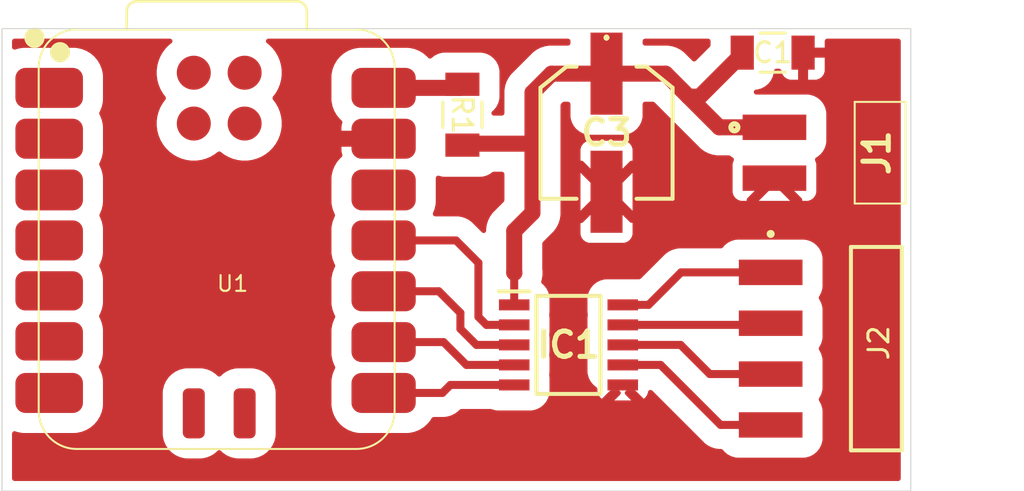
<source format=kicad_pcb>
(kicad_pcb (version 20241229) (generator "pcbnew") (generator_version "9.0")
  (layers (0 "F.Cu" signal) (2 "B.Cu" signal) (13 "F.Paste" user) (15 "B.Paste" user) (5 "F.SilkS" user "F.Silkscreen") (7 "B.SilkS" user "B.Silkscreen") (1 "F.Mask" user) (3 "B.Mask" user) (25 "Edge.Cuts" user))
  (net 0 "")
  (net 1 "VM")
  (net 2 "GND")
  (net 3 "Net-(IC1-OUT2)")
  (net 4 "Net-(IC1-OUT3)")
  (net 5 "Net-(IC1-IN2)")
  (net 6 "Net-(IC1-IN3)")
  (net 7 "Net-(IC1-IN1)")
  (net 8 "Net-(IC1-IN4)")
  (net 9 "Net-(IC1-OUT1)")
  (net 10 "Net-(IC1-OUT4)")
  (net 11 "5V")
  (footprint "Neil:Resistor 1206" (layer "F.Cu") (at 131.9 80.2 -90)
    (property "Reference" "R1" (at 0 0 270) (layer "F.SilkS"))
    (property "Value" "power jumper" (hide yes))
    (fp_line (start -0.63225 0.9779) (end 0.63225 0.9779) (stroke (width 0.1524)) (layer "F.SilkS"))
    (fp_line (start 0.63225 -0.9779) (end -0.63225 -0.9779) (stroke (width 0.1524)) (layer "F.SilkS"))
    (pad "1" smd rect (at -1.5199 0 270) (size 1.1602 1.7018) (layers "F.Cu" "F.Mask" "F.Paste") (net 11 "5V"))
    (pad "2" smd rect (at 1.5199 0 270) (size 1.1602 1.7018) (layers "F.Cu" "F.Mask" "F.Paste") (net 1 "VM"))
    (zone (net 0) (net_name "") (layer "F.Cu") (connect_pads (clearance 0)) (min_thickness 0.254)
      (keepout (tracks not_allowed) (vias not_allowed) (pads allowed) (copperpour not_allowed) (footprints allowed))
      (fill (thermal_gap 0.508) (thermal_bridge_width 0.508))
      (polygon (pts (xy 132.7001 79.311) (xy 132.7001 81.089) (xy 131.0999 81.089) (xy 131.0999 79.311)))
    )
  )
  (footprint "Neil:Resistor 1206" (layer "F.Cu") (at 147.4 77.1)
    (property "Reference" "C1" (at 0 0 0) (layer "F.SilkS"))
    (property "Value" "0.1uF")
    (fp_line (start -0.63225 0.9779) (end 0.63225 0.9779) (stroke (width 0.1524)) (layer "F.SilkS"))
    (fp_line (start 0.63225 -0.9779) (end -0.63225 -0.9779) (stroke (width 0.1524)) (layer "F.SilkS"))
    (pad "1" smd rect (at -1.5199 0) (size 1.1602 1.7018) (layers "F.Cu" "F.Mask" "F.Paste") (net 1 "VM"))
    (pad "2" smd rect (at 1.5199 0) (size 1.1602 1.7018) (layers "F.Cu" "F.Mask" "F.Paste") (net 2 "GND"))
    (zone (net 0) (net_name "") (layer "F.Cu") (connect_pads (clearance 0)) (min_thickness 0.254)
      (keepout (tracks not_allowed) (vias not_allowed) (pads allowed) (copperpour not_allowed) (footprints allowed))
      (fill (thermal_gap 0.508) (thermal_bridge_width 0.508))
      (polygon (pts (xy 146.511 76.2999) (xy 148.289 76.2999) (xy 148.289 77.9001) (xy 146.511 77.9001)))
    )
  )
  (footprint "Neil:DRV8421ADFUR" (layer "F.Cu") (at 137.2 91.7)
    (property "Reference" "IC1" (at 0 0 0) (layer "F.SilkS") (effects (font (size 1.27 1.27) (thickness 0.254))))
    (property "Value" "DRV8421ADFUR" (hide yes))
    (fp_line (start -3.475 -2.675) (end -1.95 -2.675) (stroke (width 0.2)) (layer "F.SilkS"))
    (fp_line (start -1.6 -2.45) (end 1.6 -2.45) (stroke (width 0.2)) (layer "F.SilkS"))
    (fp_line (start -1.6 2.45) (end -1.6 -2.45) (stroke (width 0.2)) (layer "F.SilkS"))
    (fp_line (start 1.6 -2.45) (end 1.6 2.45) (stroke (width 0.2)) (layer "F.SilkS"))
    (fp_line (start 1.6 2.45) (end -1.6 2.45) (stroke (width 0.2)) (layer "F.SilkS"))
    (pad "1" smd rect (at -2.712 -2 90) (size 0.55 1.525) (layers "F.Cu" "F.Mask" "F.Paste") (net 1 "VM"))
    (pad "2" smd rect (at -2.712 -1 90) (size 0.55 1.525) (layers "F.Cu" "F.Mask" "F.Paste") (net 7 "Net-(IC1-IN1)"))
    (pad "3" smd rect (at -2.712 0 90) (size 0.55 1.525) (layers "F.Cu" "F.Mask" "F.Paste") (net 5 "Net-(IC1-IN2)"))
    (pad "4" smd rect (at -2.712 1 90) (size 0.55 1.525) (layers "F.Cu" "F.Mask" "F.Paste") (net 6 "Net-(IC1-IN3)"))
    (pad "5" smd rect (at -2.712 2 90) (size 0.55 1.525) (layers "F.Cu" "F.Mask" "F.Paste") (net 8 "Net-(IC1-IN4)"))
    (pad "6" smd rect (at 2.712 2 90) (size 0.55 1.525) (layers "F.Cu" "F.Mask" "F.Paste") (net 2 "GND"))
    (pad "7" smd rect (at 2.712 1 90) (size 0.55 1.525) (layers "F.Cu" "F.Mask" "F.Paste") (net 10 "Net-(IC1-OUT4)"))
    (pad "8" smd rect (at 2.712 0 90) (size 0.55 1.525) (layers "F.Cu" "F.Mask" "F.Paste") (net 4 "Net-(IC1-OUT3)"))
    (pad "9" smd rect (at 2.712 -1 90) (size 0.55 1.525) (layers "F.Cu" "F.Mask" "F.Paste") (net 3 "Net-(IC1-OUT2)"))
    (pad "10" smd rect (at 2.712 -2 90) (size 0.55 1.525) (layers "F.Cu" "F.Mask" "F.Paste") (net 9 "Net-(IC1-OUT1)"))
  )
  (footprint "Neil:EEEHP1H4R7P" (layer "F.Cu") (at 139.1 81.1 180)
    (property "Reference" "C3" (at 0 0 0) (layer "F.SilkS") (effects (font (size 1.27 1.27) (thickness 0.254))))
    (property "Value" "100uF" (hide yes))
    (fp_line (start 3.3 2.25) (end 2 3.3) (stroke (width 0.2)) (layer "F.SilkS"))
    (fp_line (start 3.3 -3.3) (end 3.3 2.25) (stroke (width 0.2)) (layer "F.SilkS"))
    (fp_line (start 2 3.3) (end 1.5 3.3) (stroke (width 0.2)) (layer "F.SilkS"))
    (fp_line (start 1.5 -3.3) (end 3.3 -3.3) (stroke (width 0.2)) (layer "F.SilkS"))
    (fp_line (start 0 4.8) (end 0 4.8) (stroke (width 0.2)) (layer "F.SilkS"))
    (fp_line (start 0 4.8) (end 0 4.8) (stroke (width 0.2)) (layer "F.SilkS"))
    (fp_line (start 0 4.7) (end 0 4.7) (stroke (width 0.2)) (layer "F.SilkS"))
    (fp_line (start -1.5 3.3) (end -2 3.3) (stroke (width 0.2)) (layer "F.SilkS"))
    (fp_line (start -2 3.3) (end -3.3 2.25) (stroke (width 0.2)) (layer "F.SilkS"))
    (fp_line (start -3.3 2.25) (end -3.3 -3.3) (stroke (width 0.2)) (layer "F.SilkS"))
    (fp_line (start -3.3 -3.3) (end -1.5 -3.3) (stroke (width 0.2)) (layer "F.SilkS"))
    (fp_arc (start 0 4.8) (mid -0.05 4.75) (end 0 4.7) (stroke (width 0.2)) (layer "F.SilkS"))
    (fp_arc (start 0 4.7) (mid 0.05 4.75) (end 0 4.8) (stroke (width 0.2)) (layer "F.SilkS"))
    (fp_arc (start 0 4.7) (mid 0.05 4.75) (end 0 4.8) (stroke (width 0.2)) (layer "F.SilkS"))
    (pad "1" smd rect (at 0 2.95 180) (size 1.6 4.1) (layers "F.Cu" "F.Mask" "F.Paste") (net 1 "VM"))
    (pad "2" smd rect (at 0 -2.95 180) (size 1.6 4.1) (layers "F.Cu" "F.Mask" "F.Paste") (net 2 "GND"))
  )
  (footprint "Neil:right angle header 4 pins" (layer "F.Cu") (at 152.58 91.8875 -90)
    (property "Reference" "J2" (at -0.2875 -0.12 90) (layer "F.SilkS"))
    (property "Value" "stepper" (hide yes))
    (fp_line (start -5.08 1.27) (end -5.08 -1.27) (stroke (width 0.2)) (layer "F.SilkS"))
    (fp_line (start 5.08 1.27) (end -5.08 1.27) (stroke (width 0.2)) (layer "F.SilkS"))
    (fp_line (start 5.08 -1.27) (end 5.08 1.27) (stroke (width 0.2)) (layer "F.SilkS"))
    (fp_line (start 5.08 -1.27) (end -5.08 -1.27) (stroke (width 0.2)) (layer "F.SilkS"))
    (fp_circle (center -5.73 5.28) (end -5.63 5.28) (stroke (width 0.2)) (fill no) (layer "F.SilkS"))
    (pad "01" smd rect (at -3.81 5.28 270) (size 1.27 3.18) (layers "F.Cu" "F.Mask" "F.Paste") (net 9 "Net-(IC1-OUT1)"))
    (pad "02" smd rect (at -1.27 5.28 270) (size 1.27 3.18) (layers "F.Cu" "F.Mask" "F.Paste") (net 3 "Net-(IC1-OUT2)"))
    (pad "03" smd rect (at 1.27 5.28 270) (size 1.27 3.18) (layers "F.Cu" "F.Mask" "F.Paste") (net 4 "Net-(IC1-OUT3)"))
    (pad "04" smd rect (at 3.81 5.28 270) (size 1.27 3.18) (layers "F.Cu" "F.Mask" "F.Paste") (net 10 "Net-(IC1-OUT4)"))
  )
  (footprint "Neil:XIAO-RP2040-SMD" (layer "F.Cu") (at 119.569 86.4805)
    (property "Reference" "U1" (at -0.0045 2.6195 0) (layer "F.SilkS") (effects (font (size 0.78232 0.78232) (thickness 0.10668)) (justify left bottom)))
    (property "Value" "XIAO-RP2040")
    (fp_line (start -8.835 8.513) (end -8.835 -8.632) (stroke (width 0.1)) (layer "F.SilkS"))
    (fp_line (start -6.93 10.418) (end 7.04 10.418) (stroke (width 0.1)) (layer "F.SilkS"))
    (fp_line (start -4.44 -10.537) (end -4.436272 -11.447272) (stroke (width 0.127)) (layer "F.SilkS"))
    (fp_line (start -3.936272 -11.947) (end 4.059 -11.947) (stroke (width 0.127)) (layer "F.SilkS"))
    (fp_line (start 4.559 -11.447) (end 4.559 -10.537) (stroke (width 0.127)) (layer "F.SilkS"))
    (fp_line (start 7.04 -10.537) (end -6.93 -10.537) (stroke (width 0.1)) (layer "F.SilkS"))
    (fp_line (start 8.945 8.513) (end 8.945 -8.632) (stroke (width 0.1)) (layer "F.SilkS"))
    (fp_arc (start -8.835 -8.636) (mid -8.277038 -9.983038) (end -6.93 -10.541) (stroke (width 0.1)) (layer "F.SilkS"))
    (fp_arc (start -6.93 10.418) (mid -8.277038 9.860038) (end -8.835 8.513) (stroke (width 0.1)) (layer "F.SilkS"))
    (fp_arc (start -4.436272 -11.447272) (mid -4.289724 -11.800644) (end -3.936272 -11.947) (stroke (width 0.127)) (layer "F.SilkS"))
    (fp_arc (start 4.059 -11.947) (mid 4.412553 -11.800553) (end 4.559 -11.447) (stroke (width 0.127)) (layer "F.SilkS"))
    (fp_arc (start 7.04 -10.537) (mid 8.387038 -9.979038) (end 8.945 -8.632) (stroke (width 0.1)) (layer "F.SilkS"))
    (fp_arc (start 8.945 8.513) (mid 8.387038 9.860038) (end 7.04 10.418) (stroke (width 0.1)) (layer "F.SilkS"))
    (fp_circle (center -9.045 -10.121) (end -9.045 -10.375) (stroke (width 0.5)) (fill yes) (layer "F.SilkS"))
    (fp_circle (center -7.771 -9.404) (end -7.771 -9.658) (stroke (width 0.5)) (fill yes) (layer "F.SilkS"))
    (pad "1" smd roundrect (at -8.3125 -7.62) (size 3.375 2) (layers "F.Cu" "F.Mask" "F.Paste"))
    (pad "2" smd roundrect (at -8.3125 -5.08) (size 3.375 2) (layers "F.Cu" "F.Mask" "F.Paste"))
    (pad "3" smd roundrect (at -8.3125 -2.52) (size 3.375 2.04) (layers "F.Cu" "F.Mask" "F.Paste"))
    (pad "4" smd roundrect (at -8.3125 0) (size 3.375 2) (layers "F.Cu" "F.Mask" "F.Paste"))
    (pad "5" smd roundrect (at -8.3125 2.52) (size 3.375 1.96) (layers "F.Cu" "F.Mask" "F.Paste"))
    (pad "6" smd roundrect (at -8.3125 5.04) (size 3.375 1.92) (layers "F.Cu" "F.Mask" "F.Paste"))
    (pad "7" smd roundrect (at -8.3125 7.62) (size 3.375 2) (layers "F.Cu" "F.Mask" "F.Paste"))
    (pad "8" smd roundrect (at 8.395 7.62) (size 3.21 2) (layers "F.Cu" "F.Mask" "F.Paste") (net 8 "Net-(IC1-IN4)"))
    (pad "9" smd roundrect (at 8.395 5.08) (size 3.21 2) (layers "F.Cu" "F.Mask" "F.Paste") (net 6 "Net-(IC1-IN3)"))
    (pad "10" smd roundrect (at 8.395 2.54) (size 3.21 2) (layers "F.Cu" "F.Mask" "F.Paste") (net 5 "Net-(IC1-IN2)"))
    (pad "11" smd roundrect (at 8.395 0) (size 3.21 2) (layers "F.Cu" "F.Mask" "F.Paste") (net 7 "Net-(IC1-IN1)"))
    (pad "12" smd roundrect (at 8.395 -2.52) (size 3.21 2.04) (layers "F.Cu" "F.Mask" "F.Paste"))
    (pad "13" smd roundrect (at 8.395 -5.08) (size 3.21 2) (layers "F.Cu" "F.Mask" "F.Paste") (net 2 "GND"))
    (pad "14" smd roundrect (at 8.395 -7.62) (size 3.21 2) (layers "F.Cu" "F.Mask" "F.Paste") (net 11 "5V"))
    (pad "15" smd roundrect (at -1.088 8.64 270) (size 2.5 1.1) (layers "F.Cu" "F.Mask" "F.Paste"))
    (pad "16" smd roundrect (at 1.452 8.64 270) (size 2.5 1.1) (layers "F.Cu" "F.Mask" "F.Paste"))
    (pad "17" smd circle (at -1.088 -8.378) (size 1.7 1.7) (layers "F.Cu" "F.Mask" "F.Paste"))
    (pad "18" smd circle (at 1.452 -8.378) (size 1.7 1.7) (layers "F.Cu" "F.Mask" "F.Paste"))
    (pad "19" smd circle (at -1.088 -5.838) (size 1.7 1.7) (layers "F.Cu" "F.Mask" "F.Paste"))
    (pad "20" smd circle (at 1.452 -5.838) (size 1.7 1.7) (layers "F.Cu" "F.Mask" "F.Paste"))
  )
  (footprint "Neil:right angle header 2 pins" (layer "F.Cu") (at 147.4885 82.1 -90)
    (property "Reference" "J1" (at 0 -5.1115 90) (layer "F.SilkS") (effects (font (size 1.27 1.27) (thickness 0.254))))
    (property "Value" "power" (hide yes))
    (fp_line (start -2.54 -4.01) (end -2.54 -6.55) (stroke (width 0.1)) (layer "F.SilkS"))
    (fp_line (start 2.54 -4.01) (end -2.54 -4.01) (stroke (width 0.1)) (layer "F.SilkS"))
    (fp_line (start -2.54 -6.55) (end 2.54 -6.55) (stroke (width 0.1)) (layer "F.SilkS"))
    (fp_line (start 2.54 -6.55) (end 2.54 -4.01) (stroke (width 0.1)) (layer "F.SilkS"))
    (fp_circle (center -1.27 2) (end -1.32 2) (stroke (width 0.254)) (fill no) (layer "F.SilkS"))
    (pad "1" smd rect (at -1.27 0 270) (size 1.27 3.18) (layers "F.Cu" "F.Mask" "F.Paste") (net 1 "VM"))
    (pad "2" smd rect (at 1.27 0 270) (size 1.27 3.18) (layers "F.Cu" "F.Mask" "F.Paste") (net 2 "GND"))
  )
  (gr_rect (start 108.9 75.9) (end 154.3 99) (stroke (width 0.05)) (fill no) (layer "Edge.Cuts"))
  (segment (start 135.2522 81.6478) (end 135.4 81.5) (width 0.8) (layer "F.Cu") (net 1))
  (segment (start 147.4885 80.83) (end 144.73 80.83) (width 0.8) (layer "F.Cu") (net 1))
  (segment (start 134.488 86.012) (end 135.4 85.1) (width 0.8) (layer "F.Cu") (net 1))
  (segment (start 136.35 78.15) (end 139.1 78.15) (width 0.8) (layer "F.Cu") (net 1))
  (segment (start 143.2 79.3) (end 143.7522 79.3) (width 0.8) (layer "F.Cu") (net 1))
  (segment (start 134.488 86.012) (end 134.488 88.088) (width 0.8) (layer "F.Cu") (net 1))
  (segment (start 143.2 79.3) (end 142.05 78.15) (width 0.8) (layer "F.Cu") (net 1))
  (segment (start 135.4 81.5) (end 135.4 79.1) (width 0.8) (layer "F.Cu") (net 1))
  (segment (start 134.488 89.7) (end 134.488 88.112) (width 0.4) (layer "F.Cu") (net 1))
  (segment (start 144.73 80.83) (end 143.2 79.3) (width 0.8) (layer "F.Cu") (net 1))
  (segment (start 135.4 79.1) (end 136.35 78.15) (width 0.8) (layer "F.Cu") (net 1))
  (segment (start 134.488 88.088) (end 134.5 88.1) (width 0.8) (layer "F.Cu") (net 1))
  (segment (start 131.9 81.6478) (end 135.2522 81.6478) (width 0.8) (layer "F.Cu") (net 1))
  (segment (start 134.488 88.112) (end 134.5 88.1) (width 0.4) (layer "F.Cu") (net 1))
  (segment (start 135.4 85.1) (end 135.4 81.5) (width 0.8) (layer "F.Cu") (net 1))
  (segment (start 143.7522 79.3) (end 145.9522 77.1) (width 0.8) (layer "F.Cu") (net 1))
  (segment (start 142.05 78.15) (end 139.1 78.15) (width 0.8) (layer "F.Cu") (net 1))
  (segment (start 127.734 81.4005) (end 125.0005 81.4005) (width 0.8) (layer "F.Cu") (net 2))
  (segment (start 147.2175 90.7) (end 147.3 90.6175) (width 0.4) (layer "F.Cu") (net 3))
  (segment (start 139.912 90.7) (end 147.2175 90.7) (width 0.4) (layer "F.Cu") (net 3))
  (segment (start 142.8 91.7) (end 144.2575 93.1575) (width 0.4) (layer "F.Cu") (net 4))
  (segment (start 139.912 91.7) (end 142.8 91.7) (width 0.4) (layer "F.Cu") (net 4))
  (segment (start 144.2575 93.1575) (end 147.3 93.1575) (width 0.4) (layer "F.Cu") (net 4))
  (segment (start 134.488 91.7) (end 132.6 91.7) (width 0.4) (layer "F.Cu") (net 5))
  (segment (start 131.8 90.9) (end 131.8 90.1) (width 0.4) (layer "F.Cu") (net 5))
  (segment (start 131.8 90.1) (end 130.7205 89.0205) (width 0.4) (layer "F.Cu") (net 5))
  (segment (start 130.7205 89.0205) (end 127.734 89.0205) (width 0.4) (layer "F.Cu") (net 5))
  (segment (start 132.6 91.7) (end 131.8 90.9) (width 0.4) (layer "F.Cu") (net 5))
  (segment (start 130.9605 91.5605) (end 127.734 91.5605) (width 0.4) (layer "F.Cu") (net 6))
  (segment (start 134.488 92.7) (end 132.1 92.7) (width 0.4) (layer "F.Cu") (net 6))
  (segment (start 132.1 92.7) (end 130.9605 91.5605) (width 0.4) (layer "F.Cu") (net 6))
  (segment (start 132.7 87.6) (end 131.5805 86.4805) (width 0.4) (layer "F.Cu") (net 7))
  (segment (start 131.5805 86.4805) (end 127.734 86.4805) (width 0.4) (layer "F.Cu") (net 7))
  (segment (start 132.7 90.3) (end 132.7 87.6) (width 0.4) (layer "F.Cu") (net 7))
  (segment (start 134.488 90.7) (end 133.1 90.7) (width 0.4) (layer "F.Cu") (net 7))
  (segment (start 133.1 90.7) (end 132.7 90.3) (width 0.4) (layer "F.Cu") (net 7))
  (segment (start 130.8995 94.1005) (end 127.734 94.1005) (width 0.4) (layer "F.Cu") (net 8))
  (segment (start 131.3 93.7) (end 130.8995 94.1005) (width 0.4) (layer "F.Cu") (net 8))
  (segment (start 134.488 93.7) (end 131.3 93.7) (width 0.4) (layer "F.Cu") (net 8))
  (segment (start 141.2 89.7) (end 142.8225 88.0775) (width 0.4) (layer "F.Cu") (net 9))
  (segment (start 142.8225 88.0775) (end 147.3 88.0775) (width 0.4) (layer "F.Cu") (net 9))
  (segment (start 139.912 89.7) (end 141.2 89.7) (width 0.4) (layer "F.Cu") (net 9))
  (segment (start 144.7975 95.6975) (end 147.3 95.6975) (width 0.4) (layer "F.Cu") (net 10))
  (segment (start 141.8 92.7) (end 144.7975 95.6975) (width 0.4) (layer "F.Cu") (net 10))
  (segment (start 139.912 92.7) (end 141.8 92.7) (width 0.4) (layer "F.Cu") (net 10))
  (segment (start 131.7917 78.8605) (end 131.9 78.7522) (width 0.8) (layer "F.Cu") (net 11))
  (segment (start 127.734 78.8605) (end 131.7917 78.8605) (width 0.8) (layer "F.Cu") (net 11))
  (zone (net 2) (net_name "GND") (layer "F.Cu") (name "GND") (connect_pads (clearance 1)) (min_thickness 0.25) (fill yes (thermal_gap 0.5) (thermal_bridge_width 0.5) (island_removal_mode 1) (island_area_min 10))
    (polygon (pts (xy 108.899992 76.001699) (xy 108.799999 99) (xy 154.3 99) (xy 154.3 75.905308)))
  )
)
</source>
